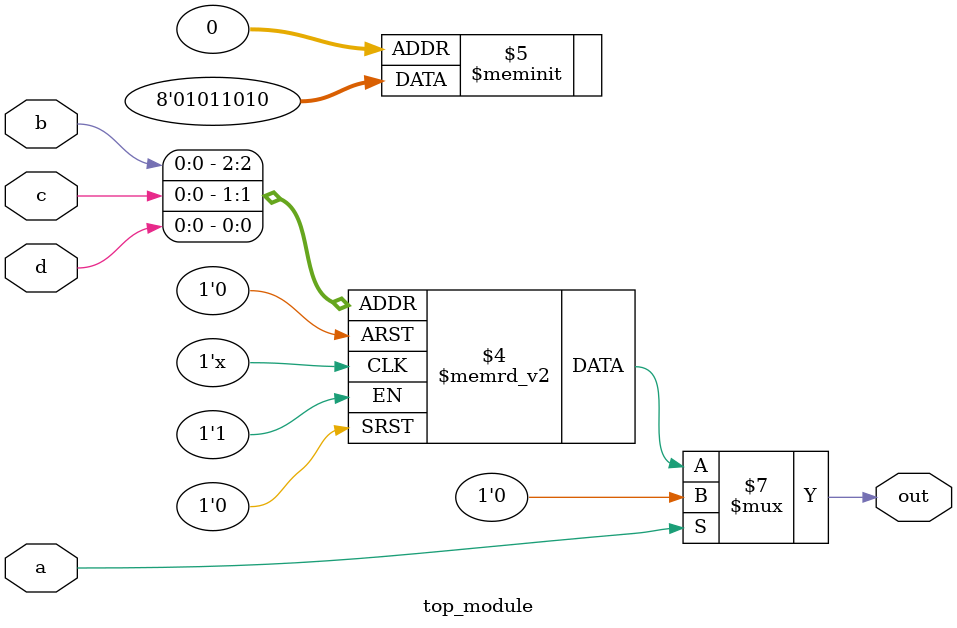
<source format=sv>
module top_module (
	input a, 
	input b,
	input c,
	input d,
	output reg out
);
  
  always @(a or b or c or d)
  begin
    case ({a,b,c,d})
      4'd0: out = 1'b0;
      4'd1: out = 1'b1;
      4'd2: out = 1'b0;
      4'd3: out = 1'b1;
      4'd4: out = 1'b1;
      4'd5: out = 1'b0;
      4'd6: out = 1'b1;
      4'd7: out = 1'b0;
      default: out = 1'b0;
    endcase
  end
  
endmodule

</source>
